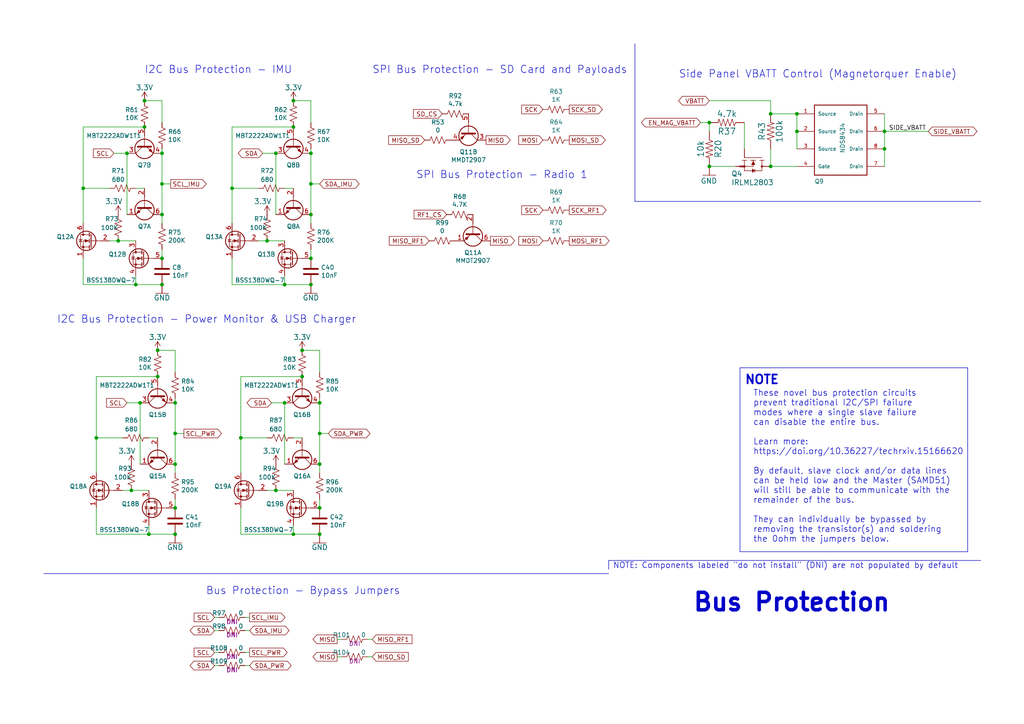
<source format=kicad_sch>
(kicad_sch (version 20230121) (generator eeschema)
  (paper "A4")
  (title_block (title "PyCubed Mainboard") (date "2021-06-09") (rev "v05c") (company "Max Holliday"))
  (lib_symbols
    (symbol "Device:C" (pin_numbers hide) (pin_names (offset 0.254))
      (property "Reference" "C" (at 0.635 2.54 0))
      (property "Value" "C" (at 0.635 -2.54 0))
      (symbol "C_0_1"
        (polyline (pts (xy -2.032 -0.762) (xy 2.032 -0.762)) (stroke (width 0.508)))
        (polyline (pts (xy -2.032 0.762) (xy 2.032 0.762)) (stroke (width 0.508)))
      )
      (symbol "C_1_1"
        (pin passive line (at 0 3.81 270) (length 2.794) (name "~") (number "1"))
        (pin passive line (at 0 -3.81 90) (length 2.794) (name "~") (number "2"))
      )
    )
    (symbol "Device:R_US" (pin_numbers hide) (pin_names (offset 0))
      (property "Reference" "R" (at 2.54 0 90))
      (property "Value" "R_US" (at -2.54 0 90))
      (symbol "R_US_0_1"
        (polyline (pts (xy 0 -2.286) (xy 0 -2.54)))
        (polyline (pts (xy 0 2.286) (xy 0 2.54)))
        (polyline (pts (xy 0 -0.762) (xy 1.016 -1.143) (xy 0 -1.524) (xy -1.016 -1.905) (xy 0 -2.286)))
        (polyline (pts (xy 0 0.762) (xy 1.016 0.381) (xy 0 0) (xy -1.016 -0.381) (xy 0 -0.762)))
        (polyline (pts (xy 0 2.286) (xy 1.016 1.905) (xy 0 1.524) (xy -1.016 1.143) (xy 0 0.762)))
      )
      (symbol "R_US_1_1"
        (pin passive line (at 0 3.81 270) (length 1.27) (name "~") (number "1"))
        (pin passive line (at 0 -3.81 90) (length 1.27) (name "~") (number "2"))
      )
    )
    (symbol "Transistor_BJT:MBT2222ADW1T1" (pin_names (offset 0) hide)
      (property "Reference" "Q" (at 5.08 1.27 0))
      (property "Value" "MBT2222ADW1T1" (at 5.08 -1.27 0))
      (symbol "MBT2222ADW1T1_0_1"
        (polyline (pts (xy 0.635 0) (xy -2.54 0)))
        (polyline (pts (xy 0.635 0.635) (xy 2.54 2.54)))
        (polyline (pts (xy 0.635 -0.635) (xy 2.54 -2.54) (xy 2.54 -2.54)))
        (polyline (pts (xy 0.635 1.905) (xy 0.635 -1.905) (xy 0.635 -1.905)) (stroke (width 0.508)))
        (polyline (pts (xy 1.27 -1.778) (xy 1.778 -1.27) (xy 2.286 -2.286) (xy 1.27 -1.778) (xy 1.27 -1.778)) (fill (type outline)))
        (circle (center 1.27 0) (radius 2.8194) (stroke (width 0.254)))
      )
      (symbol "MBT2222ADW1T1_1_1"
        (pin passive line (at 2.54 -5.08 90) (length 2.54) (name "E1") (number "1"))
        (pin input line (at -5.08 0 0) (length 2.54) (name "B1") (number "2"))
        (pin passive line (at 2.54 5.08 270) (length 2.54) (name "C1") (number "6"))
      )
      (symbol "MBT2222ADW1T1_2_1"
        (pin passive line (at 2.54 5.08 270) (length 2.54) (name "C2") (number "3"))
        (pin passive line (at 2.54 -5.08 90) (length 2.54) (name "E2") (number "4"))
        (pin input line (at -5.08 0 0) (length 2.54) (name "B2") (number "5"))
      )
    )
    (symbol "mainboard:3.3V" (power) (pin_names (offset 1.016))
      (property "Value" "3.3V" (at -1.016 3.556 0))
      (symbol "3.3V_1_0"
        (polyline (pts (xy 0 2.54) (xy -0.762 1.27)))
        (polyline (pts (xy 0.762 1.27) (xy 0 2.54)))
        (pin power_in line (at 0 0 90) (length 2.54) (name "3.3V") (number "1"))
      )
    )
    (symbol "mainboard:BSS138DWQ-7" (pin_names (offset 0.762) hide)
      (property "Reference" "Q" (at -2.54 5.08 0))
      (property "Value" "BSS138DWQ-7" (at 3.81 6.35 0))
      (symbol "BSS138DWQ-7_1_1"
        (polyline (pts (xy -1.016 0) (xy -3.81 0)))
        (polyline (pts (xy -1.016 1.905) (xy -1.016 -1.905)) (stroke (width 0.254)))
        (polyline (pts (xy -0.508 -1.27) (xy -0.508 -2.286)) (stroke (width 0.254)))
        (polyline (pts (xy -0.508 0.508) (xy -0.508 -0.508)) (stroke (width 0.254)))
        (polyline (pts (xy -0.508 2.286) (xy -0.508 1.27)) (stroke (width 0.254)))
        (polyline (pts (xy 1.27 2.54) (xy 1.27 1.778)))
        (polyline (pts (xy 1.27 -2.54) (xy 1.27 0) (xy -0.508 0)))
        (polyline (pts (xy -0.508 -1.778) (xy 2.032 -1.778) (xy 2.032 1.778) (xy -0.508 1.778)))
        (polyline (pts (xy -0.254 0) (xy 0.762 0.381) (xy 0.762 -0.381) (xy -0.254 0)) (fill (type outline)))
        (polyline (pts (xy 1.524 0.508) (xy 1.651 0.381) (xy 2.413 0.381) (xy 2.54 0.254)))
        (polyline (pts (xy 2.032 0.381) (xy 1.651 -0.254) (xy 2.413 -0.254) (xy 2.032 0.381)))
        (circle (center 0.381 0) (radius 2.794) (stroke (width 0.254)))
        (circle (center 1.27 -1.778) (radius 0.254) (fill (type outline)))
        (circle (center 1.27 1.778) (radius 0.254) (fill (type outline)))
        (pin passive line (at 1.27 -5.08 90) (length 2.54) (name "S2") (number "1"))
        (pin input line (at -6.35 0 0) (length 2.54) (name "G2") (number "2"))
        (pin passive line (at 1.27 5.08 270) (length 2.54) (name "D1") (number "6"))
      )
      (symbol "BSS138DWQ-7_2_1"
        (polyline (pts (xy -1.016 0) (xy -3.81 0)))
        (polyline (pts (xy -1.016 1.905) (xy -1.016 -1.905)) (stroke (width 0.254)))
        (polyline (pts (xy -0.508 -1.27) (xy -0.508 -2.286)) (stroke (width 0.254)))
        (polyline (pts (xy -0.508 0.508) (xy -0.508 -0.508)) (stroke (width 0.254)))
        (polyline (pts (xy -0.508 2.286) (xy -0.508 1.27)) (stroke (width 0.254)))
        (polyline (pts (xy 1.27 2.54) (xy 1.27 1.778)))
        (polyline (pts (xy 1.27 -2.54) (xy 1.27 0) (xy -0.508 0)))
        (polyline (pts (xy -0.508 -1.778) (xy 2.032 -1.778) (xy 2.032 1.778) (xy -0.508 1.778)))
        (polyline (pts (xy -0.254 0) (xy 0.762 0.381) (xy 0.762 -0.381) (xy -0.254 0)) (fill (type outline)))
        (polyline (pts (xy 1.524 0.508) (xy 1.651 0.381) (xy 2.413 0.381) (xy 2.54 0.254)))
        (polyline (pts (xy 2.032 0.381) (xy 1.651 -0.254) (xy 2.413 -0.254) (xy 2.032 0.381)))
        (circle (center 0.381 0) (radius 2.794) (stroke (width 0.254)))
        (circle (center 1.27 -1.778) (radius 0.254) (fill (type outline)))
        (circle (center 1.27 1.778) (radius 0.254) (fill (type outline)))
        (pin passive line (at 1.27 5.08 270) (length 2.54) (name "D2") (number "3"))
        (pin passive line (at 1.27 -5.08 90) (length 2.54) (name "S1") (number "4"))
        (pin input line (at -6.35 0 0) (length 2.54) (name "G1") (number "5"))
      )
    )
    (symbol "mainboard:GND" (power) (pin_names (offset 1.016))
      (property "Value" "GND" (at -2.54 -2.54 0))
      (symbol "GND_1_0"
        (polyline (pts (xy -1.905 0) (xy 1.905 0)))
        (pin power_in line (at 0 2.54 270) (length 2.54) (name "GND") (number "1"))
      )
    )
    (symbol "mainboard:IRLML2803TRPBF" (pin_names (offset 1.016))
      (property "Reference" "Q" (at -11.43 1.27 0))
      (property "Value" "IRLML2803TRPBF" (at -11.43 3.81 0))
      (symbol "IRLML2803TRPBF_1_0"
        (polyline (pts (xy 0 2.54) (xy 0 -2.54)))
        (polyline (pts (xy 0.762 -2.54) (xy 0.762 -3.175)))
        (polyline (pts (xy 0.762 -1.905) (xy 0.762 -2.54)))
        (polyline (pts (xy 0.762 0) (xy 0.762 -0.762)))
        (polyline (pts (xy 0.762 0) (xy 2.54 0)))
        (polyline (pts (xy 0.762 0.762) (xy 0.762 0)))
        (polyline (pts (xy 0.762 2.54) (xy 0.762 1.905)))
        (polyline (pts (xy 0.762 2.54) (xy 3.81 2.54)))
        (polyline (pts (xy 0.762 3.175) (xy 0.762 2.54)))
        (polyline (pts (xy 2.54 -2.54) (xy 0.762 -2.54)))
        (polyline (pts (xy 2.54 -2.54) (xy 3.81 -2.54)))
        (polyline (pts (xy 2.54 0) (xy 2.54 -2.54)))
        (polyline (pts (xy 3.302 0.508) (xy 3.81 0.508)))
        (polyline (pts (xy 3.81 -0.508) (xy 3.81 -2.54)))
        (polyline (pts (xy 3.81 0.508) (xy 3.81 -0.508)))
        (polyline (pts (xy 3.81 0.508) (xy 4.318 0.508)))
        (polyline (pts (xy 3.81 2.54) (xy 3.81 0.508)))
        (polyline (pts (xy 1.016 0) (xy 2.032 0.508) (xy 2.032 -0.508)) (fill (type outline)))
        (polyline (pts (xy 3.81 0.508) (xy 3.302 -0.254) (xy 4.318 -0.254)) (fill (type outline)))
        (circle (center 2.54 -2.54) (radius 0.254))
        (circle (center 2.54 2.54) (radius 0.254))
        (pin passive line (at -2.54 -2.54 0) (length 2.54) (name "G") (number "1"))
        (pin passive line (at 2.54 -5.08 90) (length 2.54) (name "S") (number "2"))
        (pin passive line (at 2.54 5.08 270) (length 2.54) (name "D") (number "3"))
      )
    )
    (symbol "mainboard:MMDT2907" (pin_names (offset 0) hide)
      (property "Reference" "Q" (at 5.08 1.27 0))
      (property "Value" "MMDT2907" (at 5.08 -1.27 0))
      (symbol "MMDT2907_0_1"
        (polyline (pts (xy 0.635 0) (xy -2.54 0)))
        (polyline (pts (xy 0.635 0.635) (xy 2.54 2.54)))
        (polyline (pts (xy 0.635 -0.635) (xy 2.54 -2.54) (xy 2.54 -2.54)))
        (polyline (pts (xy 0.635 1.905) (xy 0.635 -1.905) (xy 0.635 -1.905)) (stroke (width 0.508)))
        (polyline (pts (xy 2.286 -1.778) (xy 1.778 -2.286) (xy 1.27 -1.27) (xy 2.286 -1.778) (xy 2.286 -1.778)) (fill (type outline)))
        (circle (center 1.27 0) (radius 2.8194) (stroke (width 0.254)))
      )
      (symbol "MMDT2907_1_1"
        (pin passive line (at 2.54 -5.08 90) (length 2.54) (name "E1") (number "1"))
        (pin input line (at -5.08 0 0) (length 2.54) (name "B1") (number "2"))
        (pin passive line (at 2.54 5.08 270) (length 2.54) (name "C1") (number "6"))
      )
      (symbol "MMDT2907_2_1"
        (pin passive line (at 2.54 5.08 270) (length 2.54) (name "C2") (number "3"))
        (pin passive line (at 2.54 -5.08 90) (length 2.54) (name "E2") (number "4"))
        (pin input line (at -5.08 0 0) (length 2.54) (name "B2") (number "5"))
      )
    )
    (symbol "mainboard:NDS8434" (pin_names (offset 1.016))
      (symbol "NDS8434_0_0"
        (polyline (pts (xy -7.62 -10.16) (xy -7.62 10.16)) (stroke (width 0.254)))
        (polyline (pts (xy -7.62 10.16) (xy 7.62 10.16)) (stroke (width 0.254)))
        (polyline (pts (xy 7.62 -10.16) (xy -7.62 -10.16)) (stroke (width 0.254)))
        (polyline (pts (xy 7.62 10.16) (xy 7.62 -10.16)) (stroke (width 0.254)))
        (pin bidirectional line (at -12.7 7.62 0) (length 5.08) (name "Source") (number "1"))
        (pin bidirectional line (at -12.7 2.54 0) (length 5.08) (name "Source") (number "2"))
        (pin bidirectional line (at -12.7 -2.54 0) (length 5.08) (name "Source") (number "3"))
        (pin bidirectional line (at -12.7 -7.62 0) (length 5.08) (name "Gate") (number "4"))
        (pin bidirectional line (at 12.7 7.62 180) (length 5.08) (name "Drain") (number "5"))
        (pin bidirectional line (at 12.7 2.54 180) (length 5.08) (name "Drain") (number "6"))
        (pin bidirectional line (at 12.7 -7.62 180) (length 5.08) (name "Drain") (number "7"))
        (pin bidirectional line (at 12.7 -2.54 180) (length 5.08) (name "Drain") (number "8"))
      )
    )
    (symbol "mainboard:RESISTOR0603" (pin_names (offset 1.016))
      (property "Reference" "R" (at 0 1.524 0))
      (property "Value" "RESISTOR0603" (at 0 -1.524 0))
      (symbol "RESISTOR0603_1_0"
        (polyline (pts (xy -2.54 0) (xy -2.159 1.016)))
        (polyline (pts (xy -2.159 1.016) (xy -1.524 -1.016)))
        (polyline (pts (xy -1.524 -1.016) (xy -0.889 1.016)))
        (polyline (pts (xy -0.889 1.016) (xy -0.254 -1.016)))
        (polyline (pts (xy -0.254 -1.016) (xy 0.381 1.016)))
        (polyline (pts (xy 0.381 1.016) (xy 1.016 -1.016)))
        (polyline (pts (xy 1.016 -1.016) (xy 1.651 1.016)))
        (polyline (pts (xy 1.651 1.016) (xy 2.286 -1.016)))
        (polyline (pts (xy 2.286 -1.016) (xy 2.54 0)))
        (pin passive line (at -5.08 0 0) (length 2.54) (name "1") (number "1"))
        (pin passive line (at 5.08 0 180) (length 2.54) (name "2") (number "2"))
      )
    )
  )
  (junction (at 92.71 125.73))
  (junction (at 50.8 154.94))
  (junction (at 50.8 116.84))
  (junction (at 92.71 116.84))
  (junction (at 92.71 147.32))
  (junction (at 46.99 44.45))
  (junction (at 205.74 35.56))
  (junction (at 41.91 29.21))
  (junction (at 38.1 142.24))
  (junction (at 46.99 53.34))
  (junction (at 80.01 142.24))
  (junction (at 92.71 154.94))
  (junction (at 50.8 125.73))
  (junction (at 90.17 82.55))
  (junction (at 46.99 62.23))
  (junction (at 34.29 69.85))
  (junction (at 87.63 109.22))
  (junction (at 46.99 82.55))
  (junction (at 92.71 134.62))
  (junction (at 87.63 101.6))
  (junction (at 77.47 69.85))
  (junction (at 46.99 74.93))
  (junction (at 69.85 127))
  (junction (at 82.55 116.84))
  (junction (at 231.14 38.1))
  (junction (at 85.09 36.83))
  (junction (at 67.31 54.61))
  (junction (at 223.52 48.26))
  (junction (at 40.64 116.84))
  (junction (at 90.17 62.23))
  (junction (at 45.72 101.6))
  (junction (at 41.91 36.83))
  (junction (at 45.72 109.22))
  (junction (at 231.14 33.02))
  (junction (at 205.74 48.26))
  (junction (at 90.17 44.45))
  (junction (at 50.8 134.62))
  (junction (at 85.09 29.21))
  (junction (at 85.09 154.94))
  (junction (at 90.17 53.34))
  (junction (at 36.83 44.45))
  (junction (at 80.01 44.45))
  (junction (at 39.37 82.55))
  (junction (at 223.52 33.02))
  (junction (at 24.13 54.61))
  (junction (at 256.54 43.18))
  (junction (at 43.18 154.94))
  (junction (at 50.8 147.32))
  (junction (at 256.54 38.1))
  (junction (at 82.55 82.55))
  (junction (at 27.94 127))
  (junction (at 90.17 74.93))
  (wire (pts (xy 67.31 36.83) (xy 85.09 36.83)))
  (wire (pts (xy 231.14 43.18) (xy 231.14 38.1)))
  (polyline (pts (xy 176.53 165.1) (xy 176.53 162.56)))
  (wire (pts (xy 67.31 64.77) (xy 67.31 54.61)))
  (wire (pts (xy 92.71 101.6) (xy 87.63 101.6)))
  (wire (pts (xy 107.95 185.42) (xy 106.68 185.42)))
  (wire (pts (xy 50.8 137.16) (xy 50.8 134.62)))
  (wire (pts (xy 46.99 29.21) (xy 41.91 29.21)))
  (wire (pts (xy 231.14 38.1) (xy 231.14 33.02)))
  (wire (pts (xy 69.85 137.16) (xy 69.85 127)))
  (wire (pts (xy 256.54 38.1) (xy 269.24 38.1)))
  (polyline (pts (xy 184.15 12.7) (xy 184.15 58.42)))
  (wire (pts (xy 50.8 134.62) (xy 50.8 125.73)))
  (wire (pts (xy 46.99 35.56) (xy 46.99 29.21)))
  (wire (pts (xy 80.01 44.45) (xy 80.01 62.23)))
  (wire (pts (xy 38.1 142.24) (xy 35.56 142.24)))
  (wire (pts (xy 107.95 190.5) (xy 106.68 190.5)))
  (wire (pts (xy 205.74 35.56) (xy 205.74 38.1)))
  (wire (pts (xy 92.71 144.78) (xy 92.71 147.32)))
  (wire (pts (xy 72.39 182.88) (xy 71.12 182.88)))
  (wire (pts (xy 36.83 116.84) (xy 40.64 116.84)))
  (wire (pts (xy 223.52 43.18) (xy 223.52 48.26)))
  (wire (pts (xy 24.13 82.55) (xy 39.37 82.55)))
  (wire (pts (xy 85.09 54.61) (xy 82.55 54.61)))
  (wire (pts (xy 85.09 152.4) (xy 85.09 154.94)))
  (wire (pts (xy 27.94 137.16) (xy 27.94 127)))
  (wire (pts (xy 33.02 44.45) (xy 36.83 44.45)))
  (wire (pts (xy 27.94 127) (xy 27.94 109.22)))
  (wire (pts (xy 24.13 74.93) (xy 24.13 82.55)))
  (wire (pts (xy 90.17 29.21) (xy 85.09 29.21)))
  (wire (pts (xy 72.39 193.04) (xy 71.12 193.04)))
  (wire (pts (xy 39.37 69.85) (xy 34.29 69.85)))
  (wire (pts (xy 92.71 53.34) (xy 90.17 53.34)))
  (wire (pts (xy 46.99 64.77) (xy 46.99 62.23)))
  (wire (pts (xy 34.29 69.85) (xy 31.75 69.85)))
  (wire (pts (xy 36.83 44.45) (xy 36.83 62.23)))
  (wire (pts (xy 62.23 193.04) (xy 63.5 193.04)))
  (wire (pts (xy 80.01 142.24) (xy 77.47 142.24)))
  (wire (pts (xy 90.17 35.56) (xy 90.17 29.21)))
  (wire (pts (xy 205.74 29.21) (xy 223.52 29.21)))
  (wire (pts (xy 82.55 82.55) (xy 90.17 82.55)))
  (wire (pts (xy 85.09 142.24) (xy 80.01 142.24)))
  (polyline (pts (xy 280.67 160.02) (xy 280.67 106.68)))
  (wire (pts (xy 45.72 127) (xy 43.18 127)))
  (wire (pts (xy 90.17 43.18) (xy 90.17 44.45)))
  (polyline (pts (xy 280.67 106.68) (xy 214.63 106.68)))
  (wire (pts (xy 69.85 127) (xy 69.85 109.22)))
  (wire (pts (xy 69.85 127) (xy 77.47 127)))
  (wire (pts (xy 97.79 190.5) (xy 99.06 190.5)))
  (wire (pts (xy 205.74 35.56) (xy 203.2 35.56)))
  (wire (pts (xy 62.23 182.88) (xy 63.5 182.88)))
  (wire (pts (xy 69.85 109.22) (xy 87.63 109.22)))
  (wire (pts (xy 90.17 62.23) (xy 90.17 53.34)))
  (wire (pts (xy 43.18 142.24) (xy 38.1 142.24)))
  (wire (pts (xy 50.8 144.78) (xy 50.8 147.32)))
  (polyline (pts (xy 176.53 162.56) (xy 284.48 162.56)))
  (wire (pts (xy 39.37 82.55) (xy 46.99 82.55)))
  (wire (pts (xy 82.55 80.01) (xy 82.55 82.55)))
  (wire (pts (xy 46.99 72.39) (xy 46.99 74.93)))
  (wire (pts (xy 24.13 54.61) (xy 31.75 54.61)))
  (wire (pts (xy 77.47 69.85) (xy 74.93 69.85)))
  (wire (pts (xy 76.2 44.45) (xy 80.01 44.45)))
  (polyline (pts (xy 184.15 58.42) (xy 284.48 58.42)))
  (wire (pts (xy 256.54 48.26) (xy 256.54 43.18)))
  (polyline (pts (xy 214.63 106.68) (xy 214.63 160.02)))
  (wire (pts (xy 90.17 53.34) (xy 90.17 44.45)))
  (wire (pts (xy 92.71 107.95) (xy 92.71 101.6)))
  (wire (pts (xy 46.99 43.18) (xy 46.99 44.45)))
  (wire (pts (xy 46.99 53.34) (xy 46.99 44.45)))
  (wire (pts (xy 90.17 64.77) (xy 90.17 62.23)))
  (wire (pts (xy 231.14 48.26) (xy 223.52 48.26)))
  (wire (pts (xy 256.54 43.18) (xy 256.54 38.1)))
  (wire (pts (xy 50.8 115.57) (xy 50.8 116.84)))
  (wire (pts (xy 97.79 185.42) (xy 99.06 185.42)))
  (wire (pts (xy 40.64 116.84) (xy 40.64 134.62)))
  (wire (pts (xy 67.31 54.61) (xy 67.31 36.83)))
  (wire (pts (xy 231.14 33.02) (xy 223.52 33.02)))
  (wire (pts (xy 215.9 43.18) (xy 215.9 35.56)))
  (wire (pts (xy 72.39 189.23) (xy 71.12 189.23)))
  (wire (pts (xy 62.23 179.07) (xy 63.5 179.07)))
  (wire (pts (xy 205.74 48.26) (xy 213.36 48.26)))
  (wire (pts (xy 92.71 115.57) (xy 92.71 116.84)))
  (wire (pts (xy 67.31 74.93) (xy 67.31 82.55)))
  (wire (pts (xy 49.53 53.34) (xy 46.99 53.34)))
  (wire (pts (xy 69.85 154.94) (xy 85.09 154.94)))
  (wire (pts (xy 24.13 64.77) (xy 24.13 54.61)))
  (wire (pts (xy 27.94 147.32) (xy 27.94 154.94)))
  (wire (pts (xy 27.94 109.22) (xy 45.72 109.22)))
  (wire (pts (xy 27.94 154.94) (xy 43.18 154.94)))
  (wire (pts (xy 256.54 38.1) (xy 256.54 33.02)))
  (wire (pts (xy 92.71 137.16) (xy 92.71 134.62)))
  (wire (pts (xy 46.99 62.23) (xy 46.99 53.34)))
  (wire (pts (xy 39.37 80.01) (xy 39.37 82.55)))
  (wire (pts (xy 85.09 154.94) (xy 92.71 154.94)))
  (wire (pts (xy 50.8 107.95) (xy 50.8 101.6)))
  (wire (pts (xy 72.39 179.07) (xy 71.12 179.07)))
  (wire (pts (xy 95.25 125.73) (xy 92.71 125.73)))
  (wire (pts (xy 24.13 36.83) (xy 41.91 36.83)))
  (wire (pts (xy 43.18 152.4) (xy 43.18 154.94)))
  (wire (pts (xy 78.74 116.84) (xy 82.55 116.84)))
  (wire (pts (xy 82.55 69.85) (xy 77.47 69.85)))
  (wire (pts (xy 41.91 54.61) (xy 39.37 54.61)))
  (wire (pts (xy 92.71 125.73) (xy 92.71 116.84)))
  (polyline (pts (xy 12.7 166.37) (xy 176.53 166.37)))
  (wire (pts (xy 24.13 54.61) (xy 24.13 36.83)))
  (wire (pts (xy 90.17 72.39) (xy 90.17 74.93)))
  (wire (pts (xy 69.85 147.32) (xy 69.85 154.94)))
  (wire (pts (xy 53.34 125.73) (xy 50.8 125.73)))
  (wire (pts (xy 82.55 116.84) (xy 82.55 134.62)))
  (wire (pts (xy 223.52 33.02) (xy 223.52 29.21)))
  (wire (pts (xy 50.8 125.73) (xy 50.8 116.84)))
  (wire (pts (xy 67.31 82.55) (xy 82.55 82.55)))
  (wire (pts (xy 50.8 101.6) (xy 45.72 101.6)))
  (wire (pts (xy 43.18 154.94) (xy 50.8 154.94)))
  (wire (pts (xy 87.63 127) (xy 85.09 127)))
  (wire (pts (xy 67.31 54.61) (xy 74.93 54.61)))
  (polyline (pts (xy 214.63 160.02) (xy 280.67 160.02)))
  (wire (pts (xy 62.23 189.23) (xy 63.5 189.23)))
  (wire (pts (xy 27.94 127) (xy 35.56 127)))
  (wire (pts (xy 92.71 134.62) (xy 92.71 125.73)))
  (text "Bus Protection - Bypass Jumpers" (at 59.69 172.72 0) (effects (font (size 2.159 2.159)) (justify left bottom)))
  (text "SPI Bus Protection - Radio 1" (at 120.65 52.07 0) (effects (font (size 2.159 2.159)) (justify left bottom)))
  (text "These novel bus protection circuits\nprevent traditional I2C/SPI failure \nmodes where a single slave failure\ncan disable the entire bus.\n\nLearn more: \nhttps://doi.org/10.36227/techrxiv.15166620\n\nBy default, slave clock and/or data lines \ncan be held low and the Master (SAMD51) \nwill still be able to communicate with the \nremainder of the bus.\n\nThey can individually be bypassed by \nremoving the transistor(s) and soldering\nthe 0ohm the jumpers below." (at 218.44 157.48 0) (effects (font (size 1.7526 1.7526)) (justify left bottom)))
  (text "Side Panel VBATT Control (Magnetorquer Enable)" (at 196.85 22.86 0) (effects (font (size 2.159 2.159)) (justify left bottom)))
  (text "SPI Bus Protection - SD Card and Payloads" (at 107.95 21.59 0) (effects (font (size 2.159 2.159)) (justify left bottom)))
  (text "I2C Bus Protection - IMU" (at 41.91 21.59 0) (effects (font (size 2.159 2.159)) (justify left bottom)))
  (text "NOTE: Components labeled \"do not install\" (DNI) are not populated by default" (at 177.8 165.1 0) (effects (font (size 1.651 1.651)) (justify left bottom)))
  (text "Bus Protection" (at 200.66 177.8 0) (effects (font (size 5.08 5.08) (thickness 1.016) bold) (justify left bottom)))
  (text "NOTE" (at 215.9 111.76 0) (effects (font (size 2.54 2.54) (thickness 0.508) bold) (justify left bottom)))
  (text "I2C Bus Protection - Power Monitor & USB Charger" (at 16.51 93.98 0) (effects (font (size 2.159 2.159)) (justify left bottom)))
  (label "SIDE_VBATT" (at 257.81 38.1 0))
  (global_label "SDA_IMU" (shape bidirectional) (at 92.71 53.34 0) (property "Intersheetrefs" "${INTERSHEET_REFS}" (effects hide)))
  (global_label "SCL" (shape input) (at 62.23 179.07 180) (property "Intersheetrefs" "${INTERSHEET_REFS}" (effects hide)))
  (global_label "MISO_SD" (shape input) (at 107.95 190.5 0) (property "Intersheetrefs" "${INTERSHEET_REFS}" (effects hide)))
  (global_label "SCL_IMU" (shape output) (at 49.53 53.34 0) (property "Intersheetrefs" "${INTERSHEET_REFS}" (effects hide)))
  (global_label "MISO_SD" (shape input) (at 123.19 40.64 180) (property "Intersheetrefs" "${INTERSHEET_REFS}" (effects hide)))
  (global_label "SCK_RF1" (shape output) (at 165.1 60.96 0) (property "Intersheetrefs" "${INTERSHEET_REFS}" (effects hide)))
  (global_label "SDA" (shape bidirectional) (at 62.23 182.88 180) (property "Intersheetrefs" "${INTERSHEET_REFS}" (effects hide)))
  (global_label "SD_CS" (shape input) (at 128.27 33.02 180) (property "Intersheetrefs" "${INTERSHEET_REFS}" (effects hide)))
  (global_label "SCK" (shape input) (at 157.48 60.96 180) (property "Intersheetrefs" "${INTERSHEET_REFS}" (effects hide)))
  (global_label "SCL_PWR" (shape output) (at 72.39 189.23 0) (property "Intersheetrefs" "${INTERSHEET_REFS}" (effects hide)))
  (global_label "MISO" (shape output) (at 97.79 190.5 180) (property "Intersheetrefs" "${INTERSHEET_REFS}" (effects hide)))
  (global_label "SCL" (shape input) (at 33.02 44.45 180) (property "Intersheetrefs" "${INTERSHEET_REFS}" (effects hide)))
  (global_label "SCK" (shape input) (at 157.48 31.75 180) (property "Intersheetrefs" "${INTERSHEET_REFS}" (effects hide)))
  (global_label "SCL_IMU" (shape output) (at 72.39 179.07 0) (property "Intersheetrefs" "${INTERSHEET_REFS}" (effects hide)))
  (global_label "MOSI_SD" (shape output) (at 165.1 40.64 0) (property "Intersheetrefs" "${INTERSHEET_REFS}" (effects hide)))
  (global_label "MISO_RF1" (shape input) (at 124.46 69.85 180) (property "Intersheetrefs" "${INTERSHEET_REFS}" (effects hide)))
  (global_label "SCK_SD" (shape output) (at 165.1 31.75 0) (property "Intersheetrefs" "${INTERSHEET_REFS}" (effects hide)))
  (global_label "MOSI_RF1" (shape output) (at 165.1 69.85 0) (property "Intersheetrefs" "${INTERSHEET_REFS}" (effects hide)))
  (global_label "SDA" (shape bidirectional) (at 78.74 116.84 180) (property "Intersheetrefs" "${INTERSHEET_REFS}" (effects hide)))
  (global_label "RF1_CS" (shape input) (at 129.54 62.23 180) (property "Intersheetrefs" "${INTERSHEET_REFS}" (effects hide)))
  (global_label "MISO" (shape output) (at 142.24 69.85 0) (property "Intersheetrefs" "${INTERSHEET_REFS}" (effects hide)))
  (global_label "SIDE_VBATT" (shape bidirectional) (at 269.24 38.1 0) (property "Intersheetrefs" "${INTERSHEET_REFS}" (effects hide)))
  (global_label "VBATT" (shape bidirectional) (at 205.74 29.21 180) (property "Intersheetrefs" "${INTERSHEET_REFS}" (effects hide)))
  (global_label "GND" (shape bidirectional) (at 215.9 48.26 180) (effects (font (size 0.254 0.254))) (property "Intersheetrefs" "${INTERSHEET_REFS}" (effects hide)))
  (global_label "EN_MAG_VBATT" (shape bidirectional) (at 203.2 35.56 180) (property "Intersheetrefs" "${INTERSHEET_REFS}" (effects hide)))
  (global_label "SDA_IMU" (shape bidirectional) (at 72.39 182.88 0) (property "Intersheetrefs" "${INTERSHEET_REFS}" (effects hide)))
  (global_label "MISO" (shape output) (at 140.97 40.64 0) (property "Intersheetrefs" "${INTERSHEET_REFS}" (effects hide)))
  (global_label "MOSI" (shape input) (at 157.48 40.64 180) (property "Intersheetrefs" "${INTERSHEET_REFS}" (effects hide)))
  (global_label "MISO" (shape output) (at 97.79 185.42 180) (property "Intersheetrefs" "${INTERSHEET_REFS}" (effects hide)))
  (global_label "SCL" (shape input) (at 62.23 189.23 180) (property "Intersheetrefs" "${INTERSHEET_REFS}" (effects hide)))
  (global_label "SCL" (shape input) (at 36.83 116.84 180) (property "Intersheetrefs" "${INTERSHEET_REFS}" (effects hide)))
  (global_label "SDA_PWR" (shape bidirectional) (at 95.25 125.73 0) (property "Intersheetrefs" "${INTERSHEET_REFS}" (effects hide)))
  (global_label "SCL_PWR" (shape output) (at 53.34 125.73 0) (property "Intersheetrefs" "${INTERSHEET_REFS}" (effects hide)))
  (global_label "SDA" (shape bidirectional) (at 76.2 44.45 180) (property "Intersheetrefs" "${INTERSHEET_REFS}" (effects hide)))
  (global_label "SDA_PWR" (shape bidirectional) (at 72.39 193.04 0) (property "Intersheetrefs" "${INTERSHEET_REFS}" (effects hide)))
  (global_label "MOSI" (shape input) (at 157.48 69.85 180) (property "Intersheetrefs" "${INTERSHEET_REFS}" (effects hide)))
  (global_label "MISO_RF1" (shape input) (at 107.95 185.42 0) (property "Intersheetrefs" "${INTERSHEET_REFS}" (effects hide)))
  (global_label "SDA" (shape bidirectional) (at 62.23 193.04 180) (property "Intersheetrefs" "${INTERSHEET_REFS}" (effects hide)))
  (symbol (lib_id "mainboard:BSS138DWQ-7") (at 25.4 69.85 0) (mirror y) (unit 1)
    (property "Reference" "Q12" (at 21.463 68.6816 0) (effects (justify left)))
    (property "Value" "BSS138DWQ-7" (at 39.37 81.28 0) (effects (justify left)))
    (property "Footprint" "mainboard:BSS138DWQ-7" (effects hide))
    (property "Datasheet" "https://www.diodes.com/assets/Datasheets/BSS138DWQ.pdf" (effects hide))
    (property "Description" "Dual N-Channel MOSFET - 2NMOS" (effects hide))
    (property "Flight" "BSS138DWQ-7" (effects hide))
    (property "Manufacturer_Name" "Diodes Incorporated" (effects hide))
    (property "Manufacturer_Part_Number" "BSS138DWQ-7" (effects hide))
    (property "Proto" "BSS138DWQ-7" (effects hide))
  )
  (symbol (lib_id "mainboard:BSS138DWQ-7") (at 40.64 74.93 0) (mirror y) (unit 2)
    (property "Reference" "Q12" (at 36.703 73.7616 0) (effects (justify left)))
    (property "Value" "BSS138DWQ-7" (effects hide))
    (property "Footprint" "mainboard:BSS138DWQ-7" (effects hide))
    (property "Datasheet" "https://www.diodes.com/assets/Datasheets/BSS138DWQ.pdf" (effects hide))
    (property "Description" "Dual N-Channel MOSFET - 2NMOS" (effects hide))
    (property "Flight" "BSS138DWQ-7" (effects hide))
    (property "Manufacturer_Name" "Diodes Incorporated" (effects hide))
    (property "Manufacturer_Part_Number" "BSS138DWQ-7" (effects hide))
    (property "Proto" "BSS138DWQ-7" (effects hide))
  )
  (symbol (lib_id "Transistor_BJT:MBT2222ADW1T1") (at 41.91 59.69 270) (unit 1)
    (property "Reference" "Q7" (at 41.91 65.6844 90))
    (property "Value" "MBT2222ADW1T1" (effects hide))
    (property "Footprint" "Package_TO_SOT_SMD:SOT-363_SC-70-6" (effects hide))
    (property "Datasheet" "http://www.onsemi.com/pub_link/Collateral/MBT2222ADW1T1-D.PDF" (effects hide))
    (property "Description" "Dual NPN BJT - 2NPN" (effects hide))
    (property "Flight" "MBT2222ADW1T1G" (effects hide))
    (property "Manufacturer_Name" "ON Semiconductor" (effects hide))
    (property "Manufacturer_Part_Number" "MBT2222ADW1T1G" (effects hide))
    (property "Proto" "MBT2222ADW1T1G" (effects hide))
  )
  (symbol (lib_id "Transistor_BJT:MBT2222ADW1T1") (at 41.91 41.91 90) (mirror x) (unit 2)
    (property "Reference" "Q7" (at 41.91 47.879 90))
    (property "Value" "MBT2222ADW1T1" (at 33.02 39.37 90))
    (property "Footprint" "Package_TO_SOT_SMD:SOT-363_SC-70-6" (effects hide))
    (property "Datasheet" "http://www.onsemi.com/pub_link/Collateral/MBT2222ADW1T1-D.PDF" (effects hide))
    (property "Description" "Dual NPN BJT - 2NPN" (effects hide))
    (property "Flight" "MBT2222ADW1T1G" (effects hide))
    (property "Manufacturer_Name" "ON Semiconductor" (effects hide))
    (property "Manufacturer_Part_Number" "MBT2222ADW1T1G" (effects hide))
    (property "Proto" "MBT2222ADW1T1G" (effects hide))
  )
  (symbol (lib_id "Device:C") (at 46.99 78.74 0) (unit 1)
    (property "Reference" "C8" (at 49.911 77.5716 0) (effects (justify left)))
    (property "Value" "10nF" (at 49.911 79.883 0) (effects (justify left)))
    (property "Footprint" "Capacitor_SMD:C_0603_1608Metric" (effects hide))
    (property "Description" "10nF +-10% 50V X7R" (effects hide))
  )
  (symbol (lib_id "mainboard:GND") (at 46.99 85.09 0) (unit 1)
    (property "Reference" "#GND045" (effects hide))
    (property "Value" "GND" (at 46.99 86.36 0) (effects (font (size 1.4986 1.4986))))
  )
  (symbol (lib_id "Device:R_US") (at 46.99 39.37 0) (unit 1)
    (property "Reference" "R66" (at 48.7172 38.2016 0) (effects (justify left)))
    (property "Value" "10K" (at 48.7172 40.513 0) (effects (justify left)))
    (property "Footprint" "Resistor_SMD:R_0603_1608Metric" (effects hide))
    (property "Description" "10K 0603" (effects hide))
  )
  (symbol (lib_id "Device:R_US") (at 41.91 33.02 0) (unit 1)
    (property "Reference" "R61" (at 40.2082 31.8516 0) (effects (justify right)))
    (property "Value" "10K" (at 40.2082 34.163 0) (effects (justify right)))
    (property "Footprint" "Resistor_SMD:R_0603_1608Metric" (effects hide))
    (property "Description" "10K 0603" (effects hide))
  )
  (symbol (lib_id "mainboard:3.3V") (at 41.91 29.21 0) (unit 1)
    (property "Reference" "#P+01" (effects hide))
    (property "Value" "3.3V" (at 41.91 25.4 0) (effects (font (size 1.4986 1.4986))))
  )
  (symbol (lib_id "Device:R_US") (at 35.56 54.61 270) (unit 1)
    (property "Reference" "R71" (at 34.29 49.53 90))
    (property "Value" "680" (at 34.29 52.07 90))
    (property "Footprint" "Resistor_SMD:R_0603_1608Metric" (effects hide))
    (property "Description" "680 0603" (effects hide))
  )
  (symbol (lib_id "Device:R_US") (at 34.29 66.04 0) (unit 1)
    (property "Reference" "R73" (at 30.48 63.5 0) (effects (justify left)))
    (property "Value" "100K" (at 29.21 66.04 0) (effects (justify left)))
    (property "Footprint" "Resistor_SMD:R_0603_1608Metric" (effects hide))
    (property "Description" "100K 0603" (effects hide))
  )
  (symbol (lib_id "mainboard:3.3V") (at 34.29 62.23 0) (unit 1)
    (property "Reference" "#P+07" (effects hide))
    (property "Value" "3.3V" (at 33.02 58.42 0) (effects (font (size 1.4986 1.4986))))
  )
  (symbol (lib_id "Device:R_US") (at 46.99 68.58 0) (unit 1)
    (property "Reference" "R75" (at 48.7172 67.4116 0) (effects (justify left)))
    (property "Value" "200K" (at 48.7172 69.723 0) (effects (justify left)))
    (property "Footprint" "Resistor_SMD:R_0603_1608Metric" (effects hide))
    (property "Description" "200K 0603" (effects hide))
  )
  (symbol (lib_id "Transistor_BJT:MBT2222ADW1T1") (at 85.09 59.69 270) (unit 1)
    (property "Reference" "Q8" (at 85.09 65.6844 90))
    (property "Value" "MBT2222ADW1T1" (effects hide))
    (property "Footprint" "Package_TO_SOT_SMD:SOT-363_SC-70-6" (effects hide))
    (property "Datasheet" "http://www.onsemi.com/pub_link/Collateral/MBT2222ADW1T1-D.PDF" (effects hide))
    (property "Description" "Dual NPN BJT - 2NPN" (effects hide))
    (property "Flight" "MBT2222ADW1T1G" (effects hide))
    (property "Manufacturer_Name" "ON Semiconductor" (effects hide))
    (property "Manufacturer_Part_Number" "MBT2222ADW1T1G" (effects hide))
    (property "Proto" "MBT2222ADW1T1G" (effects hide))
  )
  (symbol (lib_id "Transistor_BJT:MBT2222ADW1T1") (at 85.09 41.91 90) (mirror x) (unit 2)
    (property "Reference" "Q8" (at 85.09 47.879 90))
    (property "Value" "MBT2222ADW1T1" (at 76.2 39.37 90))
    (property "Footprint" "Package_TO_SOT_SMD:SOT-363_SC-70-6" (effects hide))
    (property "Datasheet" "http://www.onsemi.com/pub_link/Collateral/MBT2222ADW1T1-D.PDF" (effects hide))
    (property "Description" "Dual NPN BJT - 2NPN" (effects hide))
    (property "Flight" "MBT2222ADW1T1G" (effects hide))
    (property "Manufacturer_Name" "ON Semiconductor" (effects hide))
    (property "Manufacturer_Part_Number" "MBT2222ADW1T1G" (effects hide))
    (property "Proto" "MBT2222ADW1T1G" (effects hide))
  )
  (symbol (lib_id "Device:C") (at 90.17 78.74 0) (unit 1)
    (property "Reference" "C40" (at 93.091 77.5716 0) (effects (justify left)))
    (property "Value" "10nF" (at 93.091 79.883 0) (effects (justify left)))
    (property "Footprint" "Capacitor_SMD:C_0603_1608Metric" (effects hide))
    (property "Description" "10nF +-10% 50V X7R" (effects hide))
  )
  (symbol (lib_id "mainboard:GND") (at 90.17 85.09 0) (unit 1)
    (property "Reference" "#GND046" (effects hide))
    (property "Value" "GND" (at 90.17 86.36 0) (effects (font (size 1.4986 1.4986))))
  )
  (symbol (lib_id "Device:R_US") (at 85.09 33.02 0) (unit 1)
    (property "Reference" "R62" (at 83.3882 31.8516 0) (effects (justify right)))
    (property "Value" "10K" (at 83.3882 34.163 0) (effects (justify right)))
    (property "Footprint" "Resistor_SMD:R_0603_1608Metric" (effects hide))
    (property "Description" "10K 0603" (effects hide))
  )
  (symbol (lib_id "mainboard:3.3V") (at 85.09 29.21 0) (unit 1)
    (property "Reference" "#P+02" (effects hide))
    (property "Value" "3.3V" (at 85.09 25.4 0) (effects (font (size 1.4986 1.4986))))
  )
  (symbol (lib_id "Device:R_US") (at 78.74 54.61 270) (unit 1)
    (property "Reference" "R72" (at 77.47 49.53 90))
    (property "Value" "680" (at 77.47 52.07 90))
    (property "Footprint" "Resistor_SMD:R_0603_1608Metric" (effects hide))
    (property "Description" "680 0603" (effects hide))
  )
  (symbol (lib_id "mainboard:BSS138DWQ-7") (at 83.82 74.93 0) (mirror y) (unit 2)
    (property "Reference" "Q13" (at 79.883 73.7616 0) (effects (justify left)))
    (property "Value" "BSS138DWQ-7" (effects hide))
    (property "Footprint" "mainboard:BSS138DWQ-7" (effects hide))
    (property "Datasheet" "https://www.diodes.com/assets/Datasheets/BSS138DWQ.pdf" (effects hide))
    (property "Description" "Dual N-Channel MOSFET - 2NMOS" (effects hide))
    (property "Flight" "BSS138DWQ-7" (effects hide))
    (property "Manufacturer_Name" "Diodes Incorporated" (effects hide))
    (property "Manufacturer_Part_Number" "BSS138DWQ-7" (effects hide))
    (property "Proto" "BSS138DWQ-7" (effects hide))
  )
  (symbol (lib_id "Device:R_US") (at 90.17 68.58 0) (unit 1)
    (property "Reference" "R76" (at 91.8972 67.4116 0) (effects (justify left)))
    (property "Value" "200K" (at 91.8972 69.723 0) (effects (justify left)))
    (property "Footprint" "Resistor_SMD:R_0603_1608Metric" (effects hide))
    (property "Description" "200K 0603" (effects hide))
  )
  (symbol (lib_id "mainboard:3.3V") (at 77.47 62.23 0) (unit 1)
    (property "Reference" "#P+08" (effects hide))
    (property "Value" "3.3V" (at 76.2 58.42 0) (effects (font (size 1.4986 1.4986))))
  )
  (symbol (lib_id "Device:R_US") (at 77.47 66.04 0) (unit 1)
    (property "Reference" "R74" (at 73.66 63.5 0) (effects (justify left)))
    (property "Value" "100K" (at 72.39 66.04 0) (effects (justify left)))
    (property "Footprint" "Resistor_SMD:R_0603_1608Metric" (effects hide))
    (property "Description" "100K 0603" (effects hide))
  )
  (symbol (lib_id "mainboard:BSS138DWQ-7") (at 68.58 69.85 0) (mirror y) (unit 1)
    (property "Reference" "Q13" (at 64.643 68.6816 0) (effects (justify left)))
    (property "Value" "BSS138DWQ-7" (at 82.55 81.28 0) (effects (justify left)))
    (property "Footprint" "mainboard:BSS138DWQ-7" (effects hide))
    (property "Datasheet" "https://www.diodes.com/assets/Datasheets/BSS138DWQ.pdf" (effects hide))
    (property "Description" "Dual N-Channel MOSFET - 2NMOS" (effects hide))
    (property "Flight" "BSS138DWQ-7" (effects hide))
    (property "Manufacturer_Name" "Diodes Incorporated" (effects hide))
    (property "Manufacturer_Part_Number" "BSS138DWQ-7" (effects hide))
    (property "Proto" "BSS138DWQ-7" (effects hide))
  )
  (symbol (lib_id "Device:R_US") (at 90.17 39.37 0) (unit 1)
    (property "Reference" "R67" (at 91.8972 38.2016 0) (effects (justify left)))
    (property "Value" "10K" (at 91.8972 40.513 0) (effects (justify left)))
    (property "Footprint" "Resistor_SMD:R_0603_1608Metric" (effects hide))
    (property "Description" "10K 0603" (effects hide))
  )
  (symbol (lib_id "Transistor_BJT:MBT2222ADW1T1") (at 45.72 114.3 90) (mirror x) (unit 2)
    (property "Reference" "Q15" (at 45.72 120.269 90))
    (property "Value" "MBT2222ADW1T1" (at 36.83 111.76 90))
    (property "Footprint" "Package_TO_SOT_SMD:SOT-363_SC-70-6" (effects hide))
    (property "Datasheet" "http://www.onsemi.com/pub_link/Collateral/MBT2222ADW1T1-D.PDF" (effects hide))
    (property "Description" "Dual NPN BJT - 2NPN" (effects hide))
    (property "Flight" "MBT2222ADW1T1G" (effects hide))
    (property "Manufacturer_Name" "ON Semiconductor" (effects hide))
    (property "Manufacturer_Part_Number" "MBT2222ADW1T1G" (effects hide))
    (property "Proto" "MBT2222ADW1T1G" (effects hide))
  )
  (symbol (lib_id "Device:C") (at 50.8 151.13 0) (unit 1)
    (property "Reference" "C41" (at 53.721 149.9616 0) (effects (justify left)))
    (property "Value" "10nF" (at 53.721 152.273 0) (effects (justify left)))
    (property "Footprint" "Capacitor_SMD:C_0603_1608Metric" (effects hide))
    (property "Description" "10nF +-10% 50V X7R" (effects hide))
  )
  (symbol (lib_id "mainboard:GND") (at 50.8 157.48 0) (unit 1)
    (property "Reference" "#GND050" (effects hide))
    (property "Value" "GND" (at 50.8 158.75 0) (effects (font (size 1.4986 1.4986))))
  )
  (symbol (lib_id "Device:R_US") (at 45.72 105.41 0) (unit 1)
    (property "Reference" "R82" (at 44.0182 104.2416 0) (effects (justify right)))
    (property "Value" "10K" (at 44.0182 106.553 0) (effects (justify right)))
    (property "Footprint" "Resistor_SMD:R_0603_1608Metric" (effects hide))
    (property "Description" "10K 0603" (effects hide))
  )
  (symbol (lib_id "mainboard:3.3V") (at 45.72 101.6 0) (unit 1)
    (property "Reference" "#P+012" (effects hide))
    (property "Value" "3.3V" (at 45.72 97.79 0) (effects (font (size 1.4986 1.4986))))
  )
  (symbol (lib_id "Device:R_US") (at 39.37 127 270) (unit 1)
    (property "Reference" "R86" (at 38.1 121.92 90))
    (property "Value" "680" (at 38.1 124.46 90))
    (property "Footprint" "Resistor_SMD:R_0603_1608Metric" (effects hide))
    (property "Description" "680 0603" (effects hide))
  )
  (symbol (lib_id "mainboard:BSS138DWQ-7") (at 44.45 147.32 0) (mirror y) (unit 2)
    (property "Reference" "Q18" (at 40.513 146.1516 0) (effects (justify left)))
    (property "Value" "BSS138DWQ-7" (effects hide))
    (property "Footprint" "mainboard:BSS138DWQ-7" (effects hide))
    (property "Datasheet" "https://www.diodes.com/assets/Datasheets/BSS138DWQ.pdf" (effects hide))
    (property "Description" "Dual N-Channel MOSFET - 2NMOS" (effects hide))
    (property "Flight" "BSS138DWQ-7" (effects hide))
    (property "Manufacturer_Name" "Diodes Incorporated" (effects hide))
    (property "Manufacturer_Part_Number" "BSS138DWQ-7" (effects hide))
    (property "Proto" "BSS138DWQ-7" (effects hide))
  )
  (symbol (lib_id "Device:R_US") (at 50.8 140.97 0) (unit 1)
    (property "Reference" "R95" (at 52.5272 139.8016 0) (effects (justify left)))
    (property "Value" "200K" (at 52.5272 142.113 0) (effects (justify left)))
    (property "Footprint" "Resistor_SMD:R_0603_1608Metric" (effects hide))
    (property "Description" "200K 0603" (effects hide))
  )
  (symbol (lib_id "mainboard:3.3V") (at 38.1 134.62 0) (unit 1)
    (property "Reference" "#P+017" (effects hide))
    (property "Value" "3.3V" (at 36.83 130.81 0) (effects (font (size 1.4986 1.4986))))
  )
  (symbol (lib_id "Device:R_US") (at 38.1 138.43 0) (unit 1)
    (property "Reference" "R93" (at 34.29 135.89 0) (effects (justify left)))
    (property "Value" "100K" (at 33.02 138.43 0) (effects (justify left)))
    (property "Footprint" "Resistor_SMD:R_0603_1608Metric" (effects hide))
    (property "Description" "100K 0603" (effects hide))
  )
  (symbol (lib_id "mainboard:BSS138DWQ-7") (at 29.21 142.24 0) (mirror y) (unit 1)
    (property "Reference" "Q18" (at 25.273 141.0716 0) (effects (justify left)))
    (property "Value" "BSS138DWQ-7" (at 43.18 153.67 0) (effects (justify left)))
    (property "Footprint" "mainboard:BSS138DWQ-7" (effects hide))
    (property "Datasheet" "https://www.diodes.com/assets/Datasheets/BSS138DWQ.pdf" (effects hide))
    (property "Description" "Dual N-Channel MOSFET - 2NMOS" (effects hide))
    (property "Flight" "BSS138DWQ-7" (effects hide))
    (property "Manufacturer_Name" "Diodes Incorporated" (effects hide))
    (property "Manufacturer_Part_Number" "BSS138DWQ-7" (effects hide))
    (property "Proto" "BSS138DWQ-7" (effects hide))
  )
  (symbol (lib_id "Device:R_US") (at 50.8 111.76 0) (unit 1)
    (property "Reference" "R84" (at 52.5272 110.5916 0) (effects (justify left)))
    (property "Value" "10K" (at 52.5272 112.903 0) (effects (justify left)))
    (property "Footprint" "Resistor_SMD:R_0603_1608Metric" (effects hide))
    (property "Description" "10K 0603" (effects hide))
  )
  (symbol (lib_id "Transistor_BJT:MBT2222ADW1T1") (at 87.63 114.3 90) (mirror x) (unit 2)
    (property "Reference" "Q16" (at 87.63 120.269 90))
    (property "Value" "MBT2222ADW1T1" (at 78.74 111.76 90))
    (property "Footprint" "Package_TO_SOT_SMD:SOT-363_SC-70-6" (effects hide))
    (property "Datasheet" "http://www.onsemi.com/pub_link/Collateral/MBT2222ADW1T1-D.PDF" (effects hide))
    (property "Description" "Dual NPN BJT - 2NPN" (effects hide))
    (property "Flight" "MBT2222ADW1T1G" (effects hide))
    (property "Manufacturer_Name" "ON Semiconductor" (effects hide))
    (property "Manufacturer_Part_Number" "MBT2222ADW1T1G" (effects hide))
    (property "Proto" "MBT2222ADW1T1G" (effects hide))
  )
  (symbol (lib_id "Device:C") (at 92.71 151.13 0) (unit 1)
    (property "Reference" "C42" (at 95.631 149.9616 0) (effects (justify left)))
    (property "Value" "10nF" (at 95.631 152.273 0) (effects (justify left)))
    (property "Footprint" "Capacitor_SMD:C_0603_1608Metric" (effects hide))
    (property "Description" "10nF +-10% 50V X7R" (effects hide))
  )
  (symbol (lib_id "mainboard:GND") (at 92.71 157.48 0) (unit 1)
    (property "Reference" "#GND053" (effects hide))
    (property "Value" "GND" (at 92.71 158.75 0) (effects (font (size 1.4986 1.4986))))
  )
  (symbol (lib_id "Device:R_US") (at 87.63 105.41 0) (unit 1)
    (property "Reference" "R83" (at 85.9282 104.2416 0) (effects (justify right)))
    (property "Value" "10K" (at 85.9282 106.553 0) (effects (justify right)))
    (property "Footprint" "Resistor_SMD:R_0603_1608Metric" (effects hide))
    (property "Description" "10K 0603" (effects hide))
  )
  (symbol (lib_id "mainboard:3.3V") (at 87.63 101.6 0) (unit 1)
    (property "Reference" "#P+013" (effects hide))
    (property "Value" "3.3V" (at 87.63 97.79 0) (effects (font (size 1.4986 1.4986))))
  )
  (symbol (lib_id "Device:R_US") (at 81.28 127 270) (unit 1)
    (property "Reference" "R87" (at 80.01 121.92 90))
    (property "Value" "680" (at 80.01 124.46 90))
    (property "Footprint" "Resistor_SMD:R_0603_1608Metric" (effects hide))
    (property "Description" "680 0603" (effects hide))
  )
  (symbol (lib_id "mainboard:BSS138DWQ-7") (at 86.36 147.32 0) (mirror y) (unit 2)
    (property "Reference" "Q19" (at 82.423 146.1516 0) (effects (justify left)))
    (property "Value" "BSS138DWQ-7" (effects hide))
    (property "Footprint" "mainboard:BSS138DWQ-7" (effects hide))
    (property "Datasheet" "https://www.diodes.com/assets/Datasheets/BSS138DWQ.pdf" (effects hide))
    (property "Description" "Dual N-Channel MOSFET - 2NMOS" (effects hide))
    (property "Flight" "BSS138DWQ-7" (effects hide))
    (property "Manufacturer_Name" "Diodes Incorporated" (effects hide))
    (property "Manufacturer_Part_Number" "BSS138DWQ-7" (effects hide))
    (property "Proto" "BSS138DWQ-7" (effects hide))
  )
  (symbol (lib_id "Device:R_US") (at 92.71 140.97 0) (unit 1)
    (property "Reference" "R96" (at 94.4372 139.8016 0) (effects (justify left)))
    (property "Value" "200K" (at 94.4372 142.113 0) (effects (justify left)))
    (property "Footprint" "Resistor_SMD:R_0603_1608Metric" (effects hide))
    (property "Description" "200K 0603" (effects hide))
  )
  (symbol (lib_id "mainboard:3.3V") (at 80.01 134.62 0) (unit 1)
    (property "Reference" "#P+018" (effects hide))
    (property "Value" "3.3V" (at 78.74 130.81 0) (effects (font (size 1.4986 1.4986))))
  )
  (symbol (lib_id "Device:R_US") (at 80.01 138.43 0) (unit 1)
    (property "Reference" "R94" (at 76.2 135.89 0) (effects (justify left)))
    (property "Value" "100K" (at 74.93 138.43 0) (effects (justify left)))
    (property "Footprint" "Resistor_SMD:R_0603_1608Metric" (effects hide))
    (property "Description" "100K 0603" (effects hide))
  )
  (symbol (lib_id "mainboard:BSS138DWQ-7") (at 71.12 142.24 0) (mirror y) (unit 1)
    (property "Reference" "Q19" (at 67.183 141.0716 0) (effects (justify left)))
    (property "Value" "BSS138DWQ-7" (at 85.09 153.67 0) (effects (justify left)))
    (property "Footprint" "mainboard:BSS138DWQ-7" (effects hide))
    (property "Datasheet" "https://www.diodes.com/assets/Datasheets/BSS138DWQ.pdf" (effects hide))
    (property "Description" "Dual N-Channel MOSFET - 2NMOS" (effects hide))
    (property "Flight" "BSS138DWQ-7" (effects hide))
    (property "Manufacturer_Name" "Diodes Incorporated" (effects hide))
    (property "Manufacturer_Part_Number" "BSS138DWQ-7" (effects hide))
    (property "Proto" "BSS138DWQ-7" (effects hide))
  )
  (symbol (lib_id "Device:R_US") (at 92.71 111.76 0) (unit 1)
    (property "Reference" "R85" (at 94.4372 110.5916 0) (effects (justify left)))
    (property "Value" "10K" (at 94.4372 112.903 0) (effects (justify left)))
    (property "Footprint" "Resistor_SMD:R_0603_1608Metric" (effects hide))
    (property "Description" "10K 0603" (effects hide))
  )
  (symbol (lib_id "Device:R_US") (at 133.35 62.23 270) (unit 1)
    (property "Reference" "R68" (at 133.35 57.023 90))
    (property "Value" "4.7K" (at 133.35 59.3344 90))
    (property "Footprint" "Resistor_SMD:R_0603_1608Metric" (effects hide))
    (property "Description" "4.7K 0603" (effects hide))
  )
  (symbol (lib_id "Device:R_US") (at 161.29 31.75 270) (unit 1)
    (property "Reference" "R63" (at 161.29 26.543 90))
    (property "Value" "1K" (at 161.29 28.8544 90))
    (property "Footprint" "Resistor_SMD:R_0603_1608Metric" (effects hide))
    (property "Description" "1K 0603" (effects hide))
  )
  (symbol (lib_id "Device:R_US") (at 161.29 60.96 270) (unit 1)
    (property "Reference" "R69" (at 161.29 55.753 90))
    (property "Value" "1K" (at 161.29 58.0644 90))
    (property "Footprint" "Resistor_SMD:R_0603_1608Metric" (effects hide))
    (property "Description" "1K 0603" (effects hide))
  )
  (symbol (lib_id "Device:R_US") (at 161.29 40.64 270) (unit 1)
    (property "Reference" "R64" (at 161.29 35.433 90))
    (property "Value" "1K" (at 161.29 37.7444 90))
    (property "Footprint" "Resistor_SMD:R_0603_1608Metric" (effects hide))
    (property "Description" "1K 0603" (effects hide))
  )
  (symbol (lib_id "Transistor_BJT:MBT2222ADW1T1") (at 45.72 132.08 270) (unit 1)
    (property "Reference" "Q15" (at 45.72 138.0744 90))
    (property "Value" "MBT2222ADW1T1" (effects hide))
    (property "Footprint" "Package_TO_SOT_SMD:SOT-363_SC-70-6" (effects hide))
    (property "Datasheet" "http://www.onsemi.com/pub_link/Collateral/MBT2222ADW1T1-D.PDF" (effects hide))
    (property "Description" "Dual NPN BJT - 2NPN" (effects hide))
    (property "Flight" "MBT2222ADW1T1G" (effects hide))
    (property "Manufacturer_Name" "ON Semiconductor" (effects hide))
    (property "Manufacturer_Part_Number" "MBT2222ADW1T1G" (effects hide))
    (property "Proto" "MBT2222ADW1T1G" (effects hide))
  )
  (symbol (lib_id "Transistor_BJT:MBT2222ADW1T1") (at 87.63 132.08 270) (unit 1)
    (property "Reference" "Q16" (at 87.63 138.0744 90))
    (property "Value" "MBT2222ADW1T1" (effects hide))
    (property "Footprint" "Package_TO_SOT_SMD:SOT-363_SC-70-6" (effects hide))
    (property "Datasheet" "http://www.onsemi.com/pub_link/Collateral/MBT2222ADW1T1-D.PDF" (effects hide))
    (property "Description" "Dual NPN BJT - 2NPN" (effects hide))
    (property "Flight" "MBT2222ADW1T1G" (effects hide))
    (property "Manufacturer_Name" "ON Semiconductor" (effects hide))
    (property "Manufacturer_Part_Number" "MBT2222ADW1T1G" (effects hide))
    (property "Proto" "MBT2222ADW1T1G" (effects hide))
  )
  (symbol (lib_id "Device:R_US") (at 67.31 193.04 270) (unit 1)
    (property "Reference" "R109" (at 63.5 191.77 90))
    (property "Value" "0" (at 69.85 191.77 90))
    (property "Footprint" "Resistor_SMD:R_0603_1608Metric" (effects hide))
    (property "DNI" "DNI" (at 67.31 194.31 90))
    (property "Description" "0 0603" (effects hide))
  )
  (symbol (lib_id "Device:R_US") (at 67.31 179.07 270) (unit 1)
    (property "Reference" "R97" (at 63.5 177.8 90))
    (property "Value" "0" (at 69.85 177.8 90))
    (property "Footprint" "Resistor_SMD:R_0603_1608Metric" (effects hide))
    (property "DNI" "DNI" (at 67.31 180.34 90))
    (property "Description" "0 0603" (effects hide))
  )
  (symbol (lib_id "Device:R_US") (at 67.31 182.88 270) (unit 1)
    (property "Reference" "R98" (at 63.5 181.61 90))
    (property "Value" "0" (at 69.85 181.61 90))
    (property "Footprint" "Resistor_SMD:R_0603_1608Metric" (effects hide))
    (property "DNI" "DNI" (at 67.31 184.15 90))
    (property "Description" "0 0603" (effects hide))
  )
  (symbol (lib_id "Device:R_US") (at 102.87 185.42 270) (unit 1)
    (property "Reference" "R101" (at 99.06 184.15 90))
    (property "Value" "0" (at 105.41 184.15 90))
    (property "Footprint" "Resistor_SMD:R_0603_1608Metric" (effects hide))
    (property "DNI" "DNI" (at 102.87 186.69 90))
    (property "Description" "0 0603" (effects hide))
  )
  (symbol (lib_id "Device:R_US") (at 102.87 190.5 270) (unit 1)
    (property "Reference" "R104" (at 99.06 189.23 90))
    (property "Value" "0" (at 105.41 189.23 90))
    (property "Footprint" "Resistor_SMD:R_0603_1608Metric" (effects hide))
    (property "DNI" "DNI" (at 102.87 191.77 90))
    (property "Description" "0 0603" (effects hide))
  )
  (symbol (lib_id "Device:R_US") (at 67.31 189.23 270) (unit 1)
    (property "Reference" "R108" (at 63.5 187.96 90))
    (property "Value" "0" (at 69.85 187.96 90))
    (property "Footprint" "Resistor_SMD:R_0603_1608Metric" (effects hide))
    (property "DNI" "DNI" (at 67.31 190.5 90))
    (property "Description" "0 0603" (effects hide))
  )
  (symbol (lib_id "Device:R_US") (at 128.27 69.85 270) (unit 1)
    (property "Reference" "R99" (at 128.27 64.643 90))
    (property "Value" "0" (at 128.27 66.9544 90))
    (property "Footprint" "Resistor_SMD:R_0603_1608Metric" (effects hide))
    (property "Description" "0 0603" (effects hide))
  )
  (symbol (lib_id "Device:R_US") (at 161.29 69.85 90) (unit 1)
    (property "Reference" "R70" (at 161.29 64.643 90))
    (property "Value" "1K" (at 161.29 66.9544 90))
    (property "Footprint" "Resistor_SMD:R_0603_1608Metric" (effects hide))
    (property "Description" "1K 0603" (effects hide))
  )
  (symbol (lib_id "Device:R_US") (at 127 40.64 270) (unit 1)
    (property "Reference" "R53" (at 127 35.433 90))
    (property "Value" "0" (at 127 37.7444 90))
    (property "Footprint" "Resistor_SMD:R_0603_1608Metric" (effects hide))
    (property "Description" "0 0603" (effects hide))
  )
  (symbol (lib_id "Device:R_US") (at 132.08 33.02 270) (unit 1)
    (property "Reference" "R92" (at 132.08 27.813 90))
    (property "Value" "4.7k" (at 132.08 30.1244 90))
    (property "Footprint" "Resistor_SMD:R_0603_1608Metric" (effects hide))
    (property "Description" "4.7k 0603" (effects hide))
  )
  (symbol (lib_id "mainboard:MMDT2907") (at 137.16 67.31 270) (unit 1)
    (property "Reference" "Q11" (at 137.16 73.279 90))
    (property "Value" "MMDT2907" (at 137.16 75.5904 90))
    (property "Footprint" "Package_TO_SOT_SMD:SOT-363_SC-70-6" (effects hide))
    (property "Datasheet" "https://www.diodes.com/assets/Datasheets/MMDT2907AQ.pdf" (effects hide))
    (property "Description" "Dual PNP BJT - 2PNP" (effects hide))
    (property "Flight" "MMDT2907AQ-7-F" (effects hide))
    (property "Manufacturer_Name" "Diodes Incorporated" (effects hide))
    (property "Manufacturer_Part_Number" "MMDT2907AQ-7-F" (effects hide))
    (property "Proto" "MMDT2907A" (effects hide))
  )
  (symbol (lib_id "mainboard:MMDT2907") (at 135.89 38.1 270) (unit 2)
    (property "Reference" "Q11" (at 135.89 44.069 90))
    (property "Value" "MMDT2907" (at 135.89 46.3804 90))
    (property "Footprint" "Package_TO_SOT_SMD:SOT-363_SC-70-6" (effects hide))
    (property "Datasheet" "https://www.diodes.com/assets/Datasheets/MMDT2907AQ.pdf" (effects hide))
    (property "Description" "Dual PNP BJT - 2PNP" (effects hide))
    (property "Flight" "MMDT2907AQ-7-F" (effects hide))
    (property "Manufacturer_Name" "Diodes Incorporated" (effects hide))
    (property "Manufacturer_Part_Number" "MMDT2907AQ-7-F" (effects hide))
    (property "Proto" "MMDT2907A" (effects hide))
  )
  (symbol (lib_id "mainboard:RESISTOR0603") (at 210.82 35.56 180) (unit 1)
    (property "Reference" "R37" (at 210.82 37.084 0) (effects (font (size 1.778 1.778)) (justify bottom)))
    (property "Value" "4.7k" (at 210.82 34.036 0) (effects (font (size 1.778 1.778)) (justify top)))
    (property "Footprint" "Resistor_SMD:R_0603_1608Metric" (effects hide))
    (property "Description" "4.7k 0603" (effects hide))
  )
  (symbol (lib_id "mainboard:RESISTOR0603") (at 223.52 38.1 90) (unit 1)
    (property "Reference" "R43" (at 221.996 38.1 0) (effects (font (size 1.778 1.778)) (justify bottom)))
    (property "Value" "100k" (at 225.044 38.1 0) (effects (font (size 1.778 1.778)) (justify top)))
    (property "Footprint" "Resistor_SMD:R_0603_1608Metric" (effects hide))
    (property "Description" "100K 0603" (effects hide))
  )
  (symbol (lib_id "mainboard:NDS8434") (at 243.84 40.64 0) (unit 1)
    (property "Reference" "Q9" (at 236.22 53.34 0) (effects (justify left bottom)))
    (property "Value" "NDS8434" (at 245.11 44.45 90) (effects (justify left bottom)))
    (property "Footprint" "mainboard:NDS8434" (effects hide))
    (property "Datasheet" "https://www.onsemi.com/pdf/datasheet/nds8434-d.pdf" (effects hide))
    (property "Description" "P-Channel MOSFET" (effects hide))
    (property "Flight" "NDS8434" (effects hide))
    (property "Manufacturer_Name" "ON Semiconductor" (effects hide))
    (property "Manufacturer_Part_Number" "NDS8434" (effects hide))
    (property "Proto" "DMP2022LSS-13" (effects hide))
    (property "Field4" "ON Semiconductor" (effects hide))
    (property "Field7" "NDS8434" (effects hide))
    (property "Field8" "SO-8 ON Semiconductor" (effects hide))
  )
  (symbol (lib_id "mainboard:GND") (at 205.74 50.8 0) (unit 1)
    (property "Reference" "#GND0102" (effects hide))
    (property "Value" "GND" (at 203.2 53.34 0) (effects (font (size 1.4986 1.4986)) (justify left bottom)))
  )
  (symbol (lib_id "mainboard:IRLML2803TRPBF") (at 218.44 45.72 270) (unit 1)
    (property "Reference" "Q4" (at 212.09 49.53 90) (effects (font (size 1.4986 1.4986)) (justify left top)))
    (property "Value" "IRLML2803" (at 212.09 52.07 90) (effects (font (size 1.4986 1.4986)) (justify left top)))
    (property "Footprint" "mainboard:SOT-23" (effects hide))
    (property "Datasheet" "https://www.infineon.com/dgdl/irlml2803pbf.pdf?fileId=5546d462533600a4015356682aff260f" (effects hide))
    (property "Description" "Single N-Channel MOSFET" (effects hide))
    (property "Flight" "MMBT2222AT " (effects hide))
    (property "Manufacturer_Name" "ON Semiconductor" (effects hide))
    (property "Manufacturer_Part_Number" "MMBT2222AT " (effects hide))
    (property "Proto" "2302" (effects hide))
  )
  (symbol (lib_id "mainboard:RESISTOR0603") (at 205.74 43.18 270) (unit 1)
    (property "Reference" "R20" (at 207.264 43.18 0) (effects (font (size 1.778 1.778)) (justify bottom)))
    (property "Value" "10k" (at 204.216 43.18 0) (effects (font (size 1.778 1.778)) (justify top)))
    (property "Footprint" "Resistor_SMD:R_0603_1608Metric" (effects hide))
    (property "Description" "10k 0603" (effects hide))
  )
)
</source>
